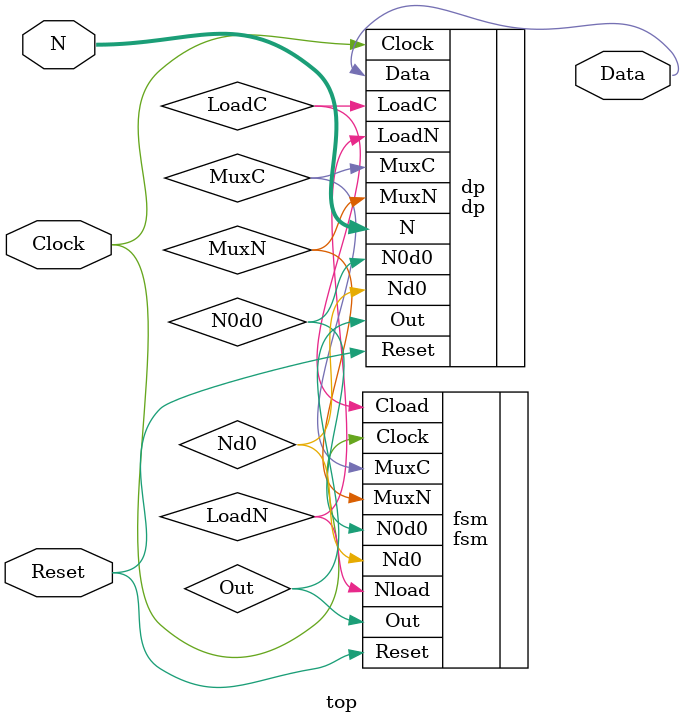
<source format=v>
`include "dp.v"
`include "fsm.v"
module top (
    input Clock,Reset,
    output Data,
    input [7:0]N
);
wire MuxN,LoadN,MuxC,LoadC,Out,Nd0,N0d0;
  dp dp(
      .Clock(Clock),
      .Reset(Reset),
      .MuxN(MuxN),
      .LoadN(LoadN),
      .MuxC(MuxC),
      .LoadC(LoadC),
      .Out(Out),
      .N(N),
      .Data(Data),
      .Nd0(Nd0),
      .N0d0(N0d0)
  );
  fsm fsm(
      .Clock(Clock),
      .Reset(Reset),
      .N0d0(N0d0),
      .Nd0(Nd0),
      .Nload(LoadN),
      .Cload(LoadC),
      .Out(Out),
      .MuxC(MuxC),
      .MuxN(MuxN)
  );
endmodule
</source>
